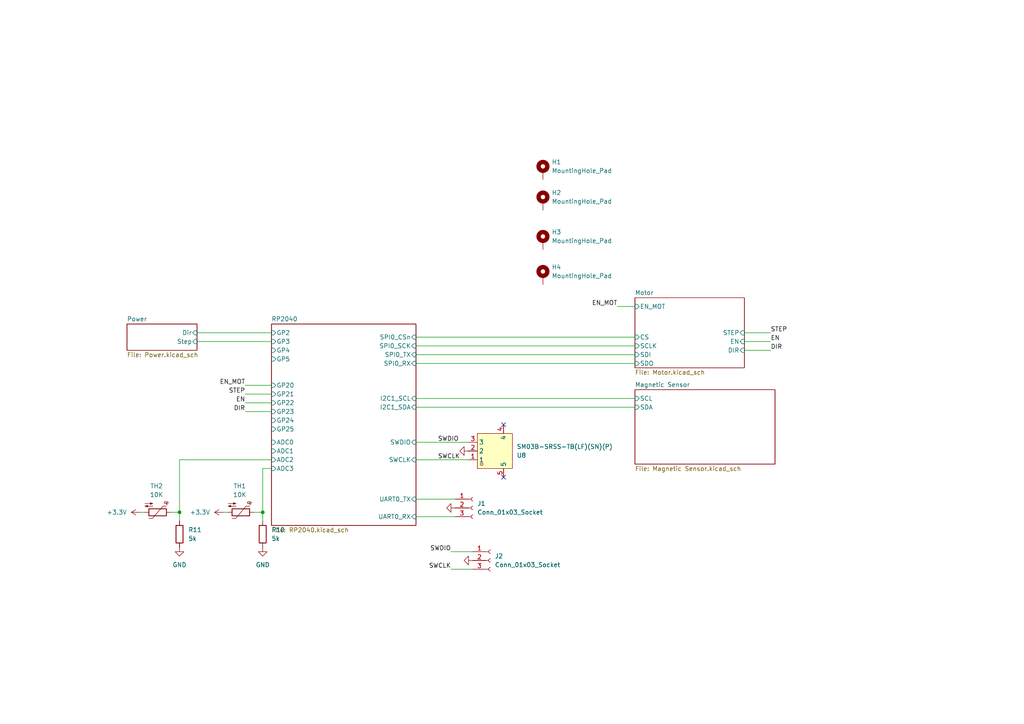
<source format=kicad_sch>
(kicad_sch (version 20231120) (generator "eeschema") (generator_version "8.0")
  (paper "A4")
  (lib_symbols
    (symbol "Connector:Conn_01x03_Socket" (pin_names (offset 1.016) hide)
      (property "Reference" "J" (at 0 5.08 0))
      (property "Value" "Conn_01x03_Socket" (at 0 -5.08 0))
      (symbol "Conn_01x03_Socket_1_1"
        (arc (start 0 -2.032) (mid -0.5058 -2.54) (end 0 -3.048) (stroke (width 0.1524)))
        (polyline (pts (xy -1.27 -2.54) (xy -0.508 -2.54)) (stroke (width 0.1524)))
        (polyline (pts (xy -1.27 0) (xy -0.508 0)) (stroke (width 0.1524)))
        (polyline (pts (xy -1.27 2.54) (xy -0.508 2.54)) (stroke (width 0.1524)))
        (arc (start 0 0.508) (mid -0.5058 0) (end 0 -0.508) (stroke (width 0.1524)))
        (arc (start 0 3.048) (mid -0.5058 2.54) (end 0 2.032) (stroke (width 0.1524)))
        (pin passive line (at -5.08 2.54 0) (length 3.81) (name "Pin_1") (number "1"))
        (pin passive line (at -5.08 0 0) (length 3.81) (name "Pin_2") (number "2"))
        (pin passive line (at -5.08 -2.54 0) (length 3.81) (name "Pin_3") (number "3"))
      )
    )
    (symbol "Device:R" (pin_numbers hide) (pin_names (offset 0))
      (property "Reference" "R" (at 2.032 0 90))
      (property "Value" "R" (at 0 0 90))
      (symbol "R_0_1"
        (rectangle (start -1.016 -2.54) (end 1.016 2.54) (stroke (width 0.254)))
      )
      (symbol "R_1_1"
        (pin passive line (at 0 3.81 270) (length 1.27) (name "~") (number "1"))
        (pin passive line (at 0 -3.81 90) (length 1.27) (name "~") (number "2"))
      )
    )
    (symbol "Device:Thermistor_NTC" (pin_numbers hide) (pin_names (offset 0))
      (property "Reference" "TH" (at -4.445 0 90))
      (property "Value" "Thermistor_NTC" (at 3.175 0 90))
      (symbol "Thermistor_NTC_0_1"
        (arc (start -3.048 2.159) (mid -3.0495 2.3143) (end -3.175 2.413))
        (arc (start -3.048 2.159) (mid -2.9736 1.9794) (end -2.794 1.905))
        (arc (start -3.048 2.794) (mid -2.9736 2.6144) (end -2.794 2.54))
        (arc (start -2.794 1.905) (mid -2.6144 1.9794) (end -2.54 2.159))
        (arc (start -2.794 2.54) (mid -2.4393 2.5587) (end -2.159 2.794))
        (arc (start -2.794 3.048) (mid -2.9736 2.9736) (end -3.048 2.794))
        (arc (start -2.54 2.794) (mid -2.6144 2.9736) (end -2.794 3.048))
        (rectangle (start -1.016 2.54) (end 1.016 -2.54) (stroke (width 0.254)))
        (polyline (pts (xy -2.54 2.159) (xy -2.54 2.794)))
        (polyline (pts (xy -1.778 2.54) (xy -1.778 1.524) (xy 1.778 -1.524) (xy 1.778 -2.54)))
        (polyline (pts (xy -2.54 -3.683) (xy -2.54 -1.397) (xy -2.794 -2.159) (xy -2.286 -2.159) (xy -2.54 -1.397) (xy -2.54 -1.651)) (fill (type outline)))
        (polyline (pts (xy -1.778 -1.397) (xy -1.778 -3.683) (xy -2.032 -2.921) (xy -1.524 -2.921) (xy -1.778 -3.683) (xy -1.778 -3.429)) (fill (type outline)))
      )
      (symbol "Thermistor_NTC_1_1"
        (pin passive line (at 0 3.81 270) (length 1.27) (name "~") (number "1"))
        (pin passive line (at 0 -3.81 90) (length 1.27) (name "~") (number "2"))
      )
    )
    (symbol "Mechanical:MountingHole_Pad" (pin_numbers hide) (pin_names (offset 1.016) hide) (exclude_from_sim yes) (in_bom no)
      (property "Reference" "H" (at 0 6.35 0))
      (property "Value" "MountingHole_Pad" (at 0 4.445 0))
      (symbol "MountingHole_Pad_0_1"
        (circle (center 0 1.27) (radius 1.27) (stroke (width 1.27)))
      )
      (symbol "MountingHole_Pad_1_1"
        (pin input line (at 0 -2.54 90) (length 2.54) (name "1") (number "1"))
      )
    )
    (symbol "PARTS:SM03B-SRSS-TB(LF)(SN)(P)"
      (property "Reference" "U" (at 0 12.7 0))
      (property "Value" "SM03B-SRSS-TB(LF)(SN)(P)" (at 0 -12.7 0))
      (symbol "SM03B-SRSS-TB(LF)(SN)(P)_0_1"
        (rectangle (start -2.54 5.08) (end 7.62 -5.08) (fill (type background)))
        (circle (center -1.27 3.81) (radius 0.38))
        (pin unspecified line (at -5.08 2.54 0) (length 2.54) (name "1") (number "1"))
        (pin unspecified line (at -5.08 0 0) (length 2.54) (name "2") (number "2"))
        (pin unspecified line (at -5.08 -2.54 0) (length 2.54) (name "3") (number "3"))
        (pin unspecified line (at 5.08 -7.62 90) (length 2.54) (name "4") (number "4"))
        (pin unspecified line (at 5.08 7.62 270) (length 2.54) (name "5") (number "5"))
      )
    )
    (symbol "power:+3.3V" (power) (pin_numbers hide) (pin_names (offset 0) hide)
      (property "Value" "+3.3V" (at 0 3.556 0))
      (symbol "+3.3V_0_1"
        (polyline (pts (xy -0.762 1.27) (xy 0 2.54)))
        (polyline (pts (xy 0 0) (xy 0 2.54)))
        (polyline (pts (xy 0 2.54) (xy 0.762 1.27)))
      )
      (symbol "+3.3V_1_1"
        (pin power_in line (at 0 0 90) (length 0) (name "~") (number "1"))
      )
    )
    (symbol "power:GND" (power) (pin_numbers hide) (pin_names (offset 0) hide)
      (property "Value" "GND" (at 0 -3.81 0))
      (symbol "GND_0_1"
        (polyline (pts (xy 0 0) (xy 0 -1.27) (xy 1.27 -1.27) (xy 0 -2.54) (xy -1.27 -1.27) (xy 0 -1.27)))
      )
      (symbol "GND_1_1"
        (pin power_in line (at 0 0 270) (length 0) (name "~") (number "1"))
      )
    )
  )
  (junction (at 52.07 148.59))
  (junction (at 76.2 148.59))
  (no_connect (at 146.05 123.19))
  (no_connect (at 146.05 138.43))
  (wire (pts (xy 57.15 99.06) (xy 78.74 99.06)))
  (wire (pts (xy 223.52 99.06) (xy 215.9 99.06)))
  (wire (pts (xy 73.66 148.59) (xy 76.2 148.59)))
  (wire (pts (xy 223.52 96.52) (xy 215.9 96.52)))
  (wire (pts (xy 40.64 148.59) (xy 41.91 148.59)))
  (wire (pts (xy 78.74 119.38) (xy 71.12 119.38)))
  (wire (pts (xy 130.81 165.1) (xy 137.16 165.1)))
  (wire (pts (xy 120.65 115.57) (xy 184.15 115.57)))
  (wire (pts (xy 52.07 133.35) (xy 78.74 133.35)))
  (wire (pts (xy 71.12 114.3) (xy 78.74 114.3)))
  (wire (pts (xy 130.81 160.02) (xy 137.16 160.02)))
  (wire (pts (xy 57.15 96.52) (xy 78.74 96.52)))
  (wire (pts (xy 52.07 148.59) (xy 52.07 151.13)))
  (wire (pts (xy 76.2 135.89) (xy 76.2 148.59)))
  (wire (pts (xy 120.65 97.79) (xy 184.15 97.79)))
  (wire (pts (xy 120.65 105.41) (xy 184.15 105.41)))
  (wire (pts (xy 120.65 118.11) (xy 184.15 118.11)))
  (wire (pts (xy 71.12 116.84) (xy 78.74 116.84)))
  (wire (pts (xy 215.9 101.6) (xy 223.52 101.6)))
  (wire (pts (xy 49.53 148.59) (xy 52.07 148.59)))
  (wire (pts (xy 71.12 111.76) (xy 78.74 111.76)))
  (wire (pts (xy 76.2 148.59) (xy 76.2 151.13)))
  (wire (pts (xy 120.65 102.87) (xy 184.15 102.87)))
  (wire (pts (xy 64.77 148.59) (xy 66.04 148.59)))
  (wire (pts (xy 52.07 133.35) (xy 52.07 148.59)))
  (wire (pts (xy 120.65 100.33) (xy 184.15 100.33)))
  (wire (pts (xy 120.65 149.86) (xy 132.08 149.86)))
  (wire (pts (xy 120.65 144.78) (xy 132.08 144.78)))
  (wire (pts (xy 120.65 128.27) (xy 135.89 128.27)))
  (wire (pts (xy 179.07 88.9) (xy 184.15 88.9)))
  (wire (pts (xy 120.65 133.35) (xy 135.89 133.35)))
  (wire (pts (xy 76.2 135.89) (xy 78.74 135.89)))
  (label "SWCLK" (at 127 133.35 0))
  (label "DIR" (at 223.52 101.6 0))
  (label "EN" (at 223.52 99.06 0))
  (label "DIR" (at 71.12 119.38 180))
  (label "SWDIO" (at 127 128.27 0))
  (label "STEP" (at 223.52 96.52 0))
  (label "EN_MOT" (at 179.07 88.9 180))
  (label "EN_MOT" (at 71.12 111.76 180))
  (label "SWDIO" (at 130.81 160.02 180))
  (label "STEP" (at 71.12 114.3 180))
  (label "EN" (at 71.12 116.84 180))
  (label "SWCLK" (at 130.81 165.1 180))
  (symbol (lib_id "power:GND") (at 132.08 147.32 270) (unit 1)
    (property "Reference" "#PWR048" (effects (hide yes)))
    (property "Value" "GND" (effects (hide yes)))
    (property "Description" "Power symbol creates a global label with name \"GND\" , ground" (effects (hide yes)))
  )
  (symbol (lib_id "Mechanical:MountingHole_Pad") (at 157.48 69.85 0) (unit 1) (exclude_from_sim yes) (in_bom no)
    (property "Reference" "H3" (at 160.02 67.3099 0) (effects (justify left)))
    (property "Value" "MountingHole_Pad" (at 160.02 69.8499 0) (effects (justify left)))
    (property "Footprint" "MountingHole:MountingHole_5.3mm_M5" (effects (hide yes)))
    (property "Description" "Mounting Hole with connection" (effects (hide yes)))
  )
  (symbol (lib_id "Connector:Conn_01x03_Socket") (at 137.16 147.32 0) (unit 1)
    (property "Reference" "J1" (at 138.43 146.0499 0) (effects (justify left)))
    (property "Value" "Conn_01x03_Socket" (at 138.43 148.5899 0) (effects (justify left)))
    (property "Footprint" "Connector_PinHeader_2.54mm:PinHeader_1x03_P2.54mm_Vertical" (effects (hide yes)))
    (property "Description" "Generic connector, single row, 01x03, script generated" (effects (hide yes)))
  )
  (symbol (lib_id "Device:Thermistor_NTC") (at 45.72 148.59 270) (unit 1)
    (property "Reference" "TH2" (at 45.4025 140.97 90))
    (property "Value" "10K" (at 45.4025 143.51 90))
    (property "Footprint" "Resistor_SMD:R_0805_2012Metric" (effects (hide yes)))
    (property "Description" "Temperature dependent resistor, negative temperature coefficient" (effects (hide yes)))
    (property "LCSC Part" "C95968" (effects (hide yes)))
  )
  (symbol (lib_id "Mechanical:MountingHole_Pad") (at 157.48 49.53 0) (unit 1) (exclude_from_sim yes) (in_bom no)
    (property "Reference" "H1" (at 160.02 46.9899 0) (effects (justify left)))
    (property "Value" "MountingHole_Pad" (at 160.02 49.5299 0) (effects (justify left)))
    (property "Footprint" "MountingHole:MountingHole_5.3mm_M5" (effects (hide yes)))
    (property "Description" "Mounting Hole with connection" (effects (hide yes)))
  )
  (symbol (lib_id "Device:Thermistor_NTC") (at 69.85 148.59 270) (unit 1)
    (property "Reference" "TH1" (at 69.5325 140.97 90))
    (property "Value" "10K" (at 69.5325 143.51 90))
    (property "Footprint" "Resistor_SMD:R_0805_2012Metric" (effects (hide yes)))
    (property "Description" "Temperature dependent resistor, negative temperature coefficient" (effects (hide yes)))
    (property "LCSC Part" "C95968" (effects (hide yes)))
  )
  (symbol (lib_id "Device:R") (at 52.07 154.94 0) (unit 1)
    (property "Reference" "R11" (at 54.61 153.6699 0) (effects (justify left)))
    (property "Value" "5k" (at 54.61 156.2099 0) (effects (justify left)))
    (property "Footprint" "Resistor_SMD:R_0805_2012Metric_Pad1.20x1.40mm_HandSolder" (effects (hide yes)))
  )
  (symbol (lib_id "power:+3.3V") (at 40.64 148.59 90) (unit 1)
    (property "Reference" "#PWR045" (effects (hide yes)))
    (property "Value" "+3.3V" (at 36.83 148.5899 90) (effects (justify left)))
    (property "Description" "Power symbol creates a global label with name \"+3.3V\"" (effects (hide yes)))
  )
  (symbol (lib_id "PARTS:SM03B-SRSS-TB(LF)(SN)(P)") (at 140.97 130.81 0) (mirror x) (unit 1)
    (property "Reference" "U8" (at 149.86 132.0801 0) (effects (justify left)))
    (property "Value" "SM03B-SRSS-TB(LF)(SN)(P)" (at 149.86 129.5401 0) (effects (justify left)))
    (property "Footprint" "PARTS:CONN-SMD_SM03B-SRSS-TB-LF-SN-P" (effects (hide yes)))
    (property "Datasheet" "https://lcsc.com/product-detail/Others_JST-Sales-America__JST-Sales-America-SM03B-SRSS-TB-LF-SN-P_C160403.html" (effects (hide yes)))
    (property "LCSC Part" "C160403" (effects (hide yes)))
  )
  (symbol (lib_id "power:GND") (at 135.89 130.81 270) (unit 1)
    (property "Reference" "#PWR047" (effects (hide yes)))
    (property "Value" "GND" (effects (hide yes)))
    (property "Description" "Power symbol creates a global label with name \"GND\" , ground" (effects (hide yes)))
  )
  (symbol (lib_id "power:GND") (at 52.07 158.75 0) (unit 1)
    (property "Reference" "#PWR046" (effects (hide yes)))
    (property "Value" "GND" (at 52.07 163.83 0))
    (property "Description" "Power symbol creates a global label with name \"GND\" , ground" (effects (hide yes)))
  )
  (symbol (lib_id "Connector:Conn_01x03_Socket") (at 142.24 162.56 0) (unit 1)
    (property "Reference" "J2" (at 143.51 161.2899 0) (effects (justify left)))
    (property "Value" "Conn_01x03_Socket" (at 143.51 163.8299 0) (effects (justify left)))
    (property "Footprint" "Connector_PinHeader_2.54mm:PinHeader_1x03_P2.54mm_Vertical" (effects (hide yes)))
    (property "Description" "Generic connector, single row, 01x03, script generated" (effects (hide yes)))
  )
  (symbol (lib_id "power:GND") (at 137.16 162.56 270) (unit 1)
    (property "Reference" "#PWR049" (effects (hide yes)))
    (property "Value" "GND" (effects (hide yes)))
    (property "Description" "Power symbol creates a global label with name \"GND\" , ground" (effects (hide yes)))
  )
  (symbol (lib_id "Device:R") (at 76.2 154.94 0) (unit 1)
    (property "Reference" "R10" (at 78.74 153.6699 0) (effects (justify left)))
    (property "Value" "5k" (at 78.74 156.2099 0) (effects (justify left)))
    (property "Footprint" "Resistor_SMD:R_0805_2012Metric_Pad1.20x1.40mm_HandSolder" (effects (hide yes)))
  )
  (symbol (lib_id "Mechanical:MountingHole_Pad") (at 157.48 58.42 0) (unit 1) (exclude_from_sim yes) (in_bom no)
    (property "Reference" "H2" (at 160.02 55.8799 0) (effects (justify left)))
    (property "Value" "MountingHole_Pad" (at 160.02 58.4199 0) (effects (justify left)))
    (property "Footprint" "MountingHole:MountingHole_5.3mm_M5" (effects (hide yes)))
    (property "Description" "Mounting Hole with connection" (effects (hide yes)))
  )
  (symbol (lib_id "power:+3.3V") (at 64.77 148.59 90) (unit 1)
    (property "Reference" "#PWR044" (effects (hide yes)))
    (property "Value" "+3.3V" (at 60.96 148.5899 90) (effects (justify left)))
    (property "Description" "Power symbol creates a global label with name \"+3.3V\"" (effects (hide yes)))
  )
  (symbol (lib_id "Mechanical:MountingHole_Pad") (at 157.48 80.01 0) (unit 1) (exclude_from_sim yes) (in_bom no)
    (property "Reference" "H4" (at 160.02 77.4699 0) (effects (justify left)))
    (property "Value" "MountingHole_Pad" (at 160.02 80.0099 0) (effects (justify left)))
    (property "Footprint" "MountingHole:MountingHole_5.3mm_M5" (effects (hide yes)))
    (property "Description" "Mounting Hole with connection" (effects (hide yes)))
  )
  (symbol (lib_id "power:GND") (at 76.2 158.75 0) (unit 1)
    (property "Reference" "#PWR043" (effects (hide yes)))
    (property "Value" "GND" (at 76.2 163.83 0))
    (property "Description" "Power symbol creates a global label with name \"GND\" , ground" (effects (hide yes)))
  )
  (sheet (at 184.15 86.36) (size 31.75 20.32) (stroke (width 0.1524))
    (property "Sheetname" "Motor" (at 184.15 85.6484 0) (effects (justify left bottom)))
    (property "Sheetfile" "Motor.kicad_sch" (at 184.15 107.2646 0) (effects (justify left top)))
    (pin "EN_MOT" input (at 184.15 88.9 180))
    (pin "SCLK" input (at 184.15 100.33 180))
    (pin "STEP" input (at 215.9 96.52 0))
    (pin "SDI" input (at 184.15 102.87 180))
    (pin "SDO" input (at 184.15 105.41 180))
    (pin "DIR" input (at 215.9 101.6 0))
    (pin "EN" input (at 215.9 99.06 0))
    (pin "CS" input (at 184.15 97.79 180))
  )
  (sheet (at 78.74 93.98) (size 41.91 58.42) (stroke (width 0.1524))
    (property "Sheetname" "RP2040" (at 78.74 93.2684 0) (effects (justify left bottom)))
    (property "Sheetfile" "RP2040.kicad_sch" (at 78.74 152.9846 0) (effects (justify left top)))
    (pin "UART0_RX" input (at 120.65 149.86 0))
    (pin "UART0_TX" input (at 120.65 144.78 0))
    (pin "GP2" input (at 78.74 96.52 180))
    (pin "GP3" input (at 78.74 99.06 180))
    (pin "SWDIO" input (at 120.65 128.27 0))
    (pin "SWCLK" input (at 120.65 133.35 0))
    (pin "GP4" input (at 78.74 101.6 180))
    (pin "GP5" input (at 78.74 104.14 180))
    (pin "SPI0_RX" input (at 120.65 105.41 0))
    (pin "SPI0_SCK" input (at 120.65 100.33 0))
    (pin "SPI0_TX" input (at 120.65 102.87 0))
    (pin "SPI0_CSn" input (at 120.65 97.79 0))
    (pin "GP20" input (at 78.74 111.76 180))
    (pin "GP21" input (at 78.74 114.3 180))
    (pin "GP22" input (at 78.74 116.84 180))
    (pin "GP23" input (at 78.74 119.38 180))
    (pin "GP24" input (at 78.74 121.92 180))
    (pin "GP25" input (at 78.74 124.46 180))
    (pin "ADC0" input (at 78.74 128.27 180))
    (pin "ADC1" input (at 78.74 130.81 180))
    (pin "ADC2" input (at 78.74 133.35 180))
    (pin "ADC3" input (at 78.74 135.89 180))
    (pin "I2C1_SCL" input (at 120.65 115.57 0))
    (pin "I2C1_SDA" input (at 120.65 118.11 0))
  )
  (sheet (at 36.83 93.98) (size 20.32 7.62) (stroke (width 0.1524))
    (property "Sheetname" "Power" (at 36.83 93.2684 0) (effects (justify left bottom)))
    (property "Sheetfile" "Power.kicad_sch" (at 36.83 102.1846 0) (effects (justify left top)))
    (pin "Dir" input (at 57.15 96.52 0))
    (pin "Step" input (at 57.15 99.06 0))
  )
  (sheet (at 184.15 113.03) (size 40.64 21.59) (stroke (width 0.1524))
    (property "Sheetname" "Magnetic Sensor" (at 184.15 112.3184 0) (effects (justify left bottom)))
    (property "Sheetfile" "Magnetic Sensor.kicad_sch" (at 184.15 135.2046 0) (effects (justify left top)))
    (pin "SDA" input (at 184.15 118.11 180))
    (pin "SCL" input (at 184.15 115.57 180))
  )
)
</source>
